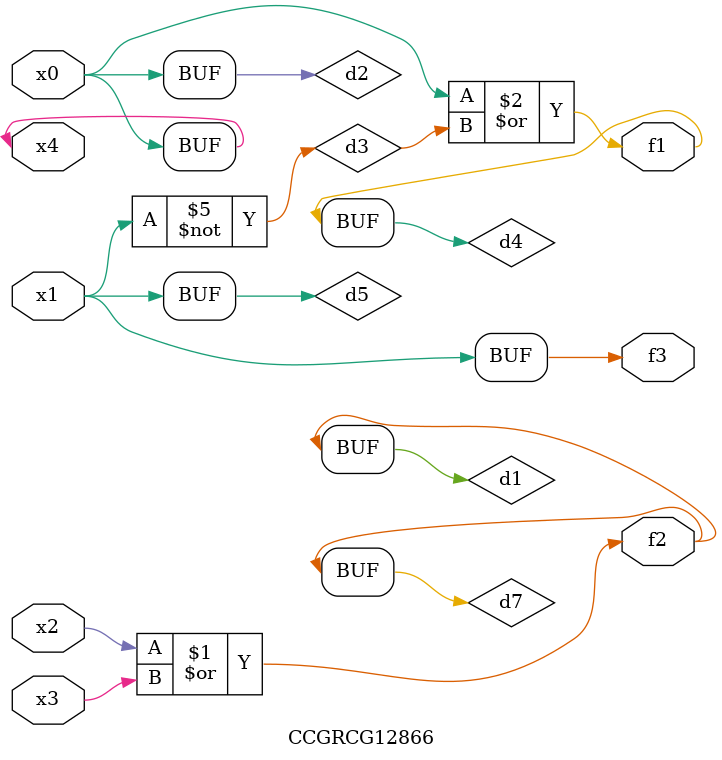
<source format=v>
module CCGRCG12866(
	input x0, x1, x2, x3, x4,
	output f1, f2, f3
);

	wire d1, d2, d3, d4, d5, d6, d7;

	or (d1, x2, x3);
	buf (d2, x0, x4);
	not (d3, x1);
	or (d4, d2, d3);
	not (d5, d3);
	nand (d6, d1, d3);
	or (d7, d1);
	assign f1 = d4;
	assign f2 = d7;
	assign f3 = d5;
endmodule

</source>
